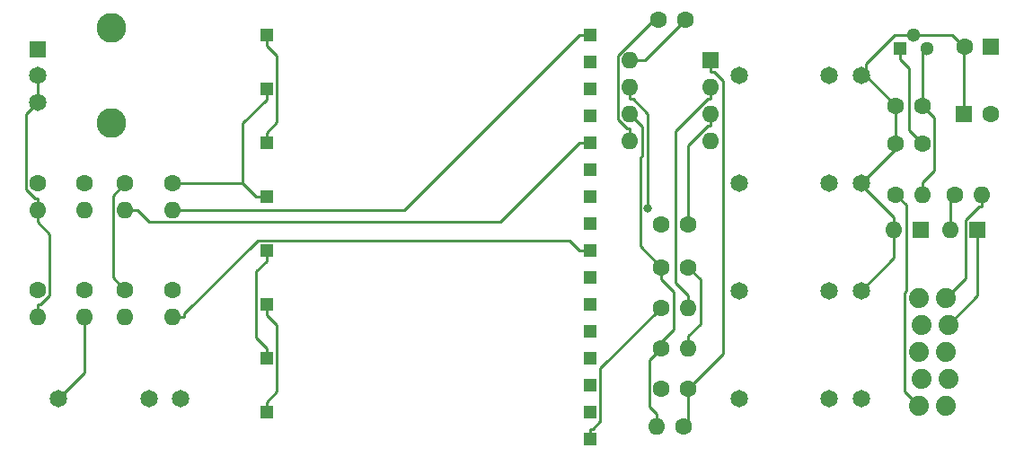
<source format=gbl>
G04 #@! TF.GenerationSoftware,KiCad,Pcbnew,5.1.4-e60b266~84~ubuntu18.04.1*
G04 #@! TF.CreationDate,2019-10-21T00:40:35+01:00*
G04 #@! TF.ProjectId,euroslideymixer,6575726f-736c-4696-9465-796d69786572,rev?*
G04 #@! TF.SameCoordinates,Original*
G04 #@! TF.FileFunction,Copper,L2,Bot*
G04 #@! TF.FilePolarity,Positive*
%FSLAX46Y46*%
G04 Gerber Fmt 4.6, Leading zero omitted, Abs format (unit mm)*
G04 Created by KiCad (PCBNEW 5.1.4-e60b266~84~ubuntu18.04.1) date 2019-10-21 00:40:35*
%MOMM*%
%LPD*%
G04 APERTURE LIST*
%ADD10R,1.300000X1.300000*%
%ADD11C,1.300000*%
%ADD12O,1.600000X1.600000*%
%ADD13R,1.600000X1.600000*%
%ADD14C,1.600000*%
%ADD15C,1.650000*%
%ADD16C,2.794000*%
%ADD17R,1.650000X1.650000*%
%ADD18C,1.879600*%
%ADD19R,1.308000X1.308000*%
%ADD20C,0.800000*%
%ADD21C,0.250000*%
G04 APERTURE END LIST*
D10*
X185814000Y-87853600D03*
D11*
X188354000Y-87853600D03*
X187084000Y-86583600D03*
D12*
X190591000Y-104923000D03*
D13*
X193131000Y-104923000D03*
D12*
X185257000Y-104923000D03*
D13*
X187797000Y-104923000D03*
D14*
X194361000Y-94001000D03*
D13*
X191861000Y-94001000D03*
D14*
X191901000Y-87651000D03*
D13*
X194401000Y-87651000D03*
D12*
X160365000Y-88921000D03*
X167985000Y-96541000D03*
X160365000Y-91461000D03*
X167985000Y-94001000D03*
X160365000Y-94001000D03*
X167985000Y-91461000D03*
X160365000Y-96541000D03*
D13*
X167985000Y-88921000D03*
D14*
X165822000Y-108458000D03*
X163322000Y-108458000D03*
X185420000Y-93218000D03*
X187920000Y-93218000D03*
X165822000Y-104394000D03*
X163322000Y-104394000D03*
X163068000Y-85090000D03*
X165568000Y-85090000D03*
X187920000Y-96774000D03*
X185420000Y-96774000D03*
X163322000Y-119888000D03*
X165822000Y-119888000D03*
X163322000Y-116078000D03*
D12*
X165862000Y-116078000D03*
X112789000Y-103094000D03*
D14*
X112789000Y-100554000D03*
X117234000Y-110587000D03*
D12*
X117234000Y-113127000D03*
X193548000Y-101600000D03*
D14*
X191008000Y-101600000D03*
X185420000Y-101600000D03*
D12*
X187960000Y-101600000D03*
X112789000Y-113127000D03*
D14*
X112789000Y-110587000D03*
X108979000Y-110587000D03*
D12*
X108979000Y-113127000D03*
X162872000Y-123444000D03*
D14*
X165412000Y-123444000D03*
X163322000Y-112268000D03*
D12*
X165862000Y-112268000D03*
X104534000Y-113127000D03*
D14*
X104534000Y-110587000D03*
X108979000Y-100554000D03*
D12*
X108979000Y-103094000D03*
X117234000Y-103094000D03*
D14*
X117234000Y-100554000D03*
X104534000Y-100554000D03*
D12*
X104534000Y-103094000D03*
D15*
X182154000Y-90393600D03*
X179154000Y-90393600D03*
X170654000Y-90393600D03*
X182154000Y-100554000D03*
X179154000Y-100554000D03*
X170654000Y-100554000D03*
X182154000Y-110714000D03*
X179154000Y-110714000D03*
X170654000Y-110714000D03*
X182154000Y-120874000D03*
X179154000Y-120874000D03*
X170654000Y-120874000D03*
X118019000Y-120874000D03*
X115019000Y-120874000D03*
X106519000Y-120874000D03*
D16*
X111519000Y-85893600D03*
X111519000Y-94893600D03*
D15*
X104519000Y-92893600D03*
X104519000Y-90393600D03*
D17*
X104519000Y-87893600D03*
D18*
X187592000Y-121509000D03*
X187846000Y-118969000D03*
X187592000Y-116429000D03*
X187846000Y-113889000D03*
X187592000Y-111349000D03*
X190132000Y-121509000D03*
X190386000Y-118969000D03*
X190132000Y-116429000D03*
X190386000Y-113889000D03*
X190132000Y-111349000D03*
D19*
X126124000Y-91663600D03*
X126124000Y-86583600D03*
X156604000Y-86583600D03*
X156604000Y-89123600D03*
X156604000Y-91663600D03*
X156604000Y-94203600D03*
X126124000Y-101824000D03*
X126124000Y-96744000D03*
X156604000Y-96744000D03*
X156604000Y-99284000D03*
X156604000Y-101824000D03*
X156604000Y-104364000D03*
X126124000Y-111984000D03*
X126124000Y-106904000D03*
X156604000Y-106904000D03*
X156604000Y-109444000D03*
X156604000Y-111984000D03*
X156604000Y-114524000D03*
X126124000Y-122144000D03*
X126124000Y-117064000D03*
X156604000Y-117064000D03*
X156604000Y-119604000D03*
X156604000Y-122144000D03*
X156604000Y-124684000D03*
D20*
X162051700Y-102947300D03*
D21*
X123874700Y-100554000D02*
X125144700Y-101824000D01*
X117234000Y-100554000D02*
X123874700Y-100554000D01*
X123874700Y-100554000D02*
X123874700Y-94892200D01*
X123874700Y-94892200D02*
X126124000Y-92642900D01*
X126124000Y-91663600D02*
X126124000Y-92642900D01*
X160365000Y-96541000D02*
X160365000Y-95415700D01*
X160365000Y-95415700D02*
X160083700Y-95415700D01*
X160083700Y-95415700D02*
X159198800Y-94530800D01*
X159198800Y-94530800D02*
X159198800Y-88493700D01*
X159198800Y-88493700D02*
X162602500Y-85090000D01*
X162602500Y-85090000D02*
X163068000Y-85090000D01*
X182154000Y-100554000D02*
X185420000Y-97288000D01*
X185420000Y-97288000D02*
X185420000Y-96774000D01*
X185257000Y-103797700D02*
X182154000Y-100694700D01*
X182154000Y-100694700D02*
X182154000Y-100554000D01*
X185257000Y-104923000D02*
X185257000Y-103797700D01*
X182154000Y-110714000D02*
X185257000Y-107611000D01*
X185257000Y-107611000D02*
X185257000Y-104923000D01*
X126124000Y-101824000D02*
X125144700Y-101824000D01*
X182595600Y-90393600D02*
X185420000Y-93218000D01*
X182154000Y-90393600D02*
X182595600Y-90393600D01*
X182595600Y-90393600D02*
X182595600Y-89291700D01*
X182595600Y-89291700D02*
X185303700Y-86583600D01*
X185303700Y-86583600D02*
X187084000Y-86583600D01*
X191861000Y-87691000D02*
X191861000Y-94001000D01*
X191901000Y-87651000D02*
X191861000Y-87691000D01*
X191861000Y-87691000D02*
X190753600Y-86583600D01*
X190753600Y-86583600D02*
X187084000Y-86583600D01*
X167985000Y-94001000D02*
X167985000Y-95126300D01*
X165822000Y-104394000D02*
X165822000Y-97008000D01*
X165822000Y-97008000D02*
X167703700Y-95126300D01*
X167703700Y-95126300D02*
X167985000Y-95126300D01*
X185420000Y-93218000D02*
X185420000Y-96774000D01*
X112789000Y-100554000D02*
X111657900Y-101685100D01*
X111657900Y-101685100D02*
X111657900Y-109455900D01*
X111657900Y-109455900D02*
X112789000Y-110587000D01*
X190386000Y-113889000D02*
X193131000Y-111144000D01*
X193131000Y-111144000D02*
X193131000Y-104923000D01*
X126124000Y-122144000D02*
X126124000Y-121164700D01*
X126124000Y-111984000D02*
X126124000Y-112963300D01*
X126124000Y-112963300D02*
X127103300Y-113942600D01*
X127103300Y-113942600D02*
X127103300Y-120185400D01*
X127103300Y-120185400D02*
X126124000Y-121164700D01*
X185814000Y-87853600D02*
X185814000Y-88828900D01*
X187920000Y-96774000D02*
X186670100Y-95524100D01*
X186670100Y-95524100D02*
X186670100Y-89685000D01*
X186670100Y-89685000D02*
X185814000Y-88828900D01*
X126124000Y-86583600D02*
X126124000Y-87562900D01*
X126124000Y-96744000D02*
X126124000Y-95764700D01*
X126124000Y-95764700D02*
X127103300Y-94785400D01*
X127103300Y-94785400D02*
X127103300Y-88542200D01*
X127103300Y-88542200D02*
X126124000Y-87562900D01*
X126124000Y-106904000D02*
X126124000Y-107883300D01*
X126124000Y-117064000D02*
X126124000Y-116084700D01*
X126124000Y-116084700D02*
X125144700Y-115105400D01*
X125144700Y-115105400D02*
X125144700Y-108862600D01*
X125144700Y-108862600D02*
X126124000Y-107883300D01*
X187960000Y-101600000D02*
X187960000Y-100474700D01*
X187960000Y-100474700D02*
X189075900Y-99358800D01*
X189075900Y-99358800D02*
X189075900Y-94373900D01*
X189075900Y-94373900D02*
X187920000Y-93218000D01*
X165568000Y-85090000D02*
X161737000Y-88921000D01*
X161737000Y-88921000D02*
X160365000Y-88921000D01*
X187920000Y-93218000D02*
X187920000Y-88287600D01*
X187920000Y-88287600D02*
X188354000Y-87853600D01*
X191008000Y-101600000D02*
X190591000Y-102017000D01*
X190591000Y-102017000D02*
X190591000Y-104923000D01*
X165862000Y-112268000D02*
X165862000Y-111142700D01*
X167985000Y-91461000D02*
X167985000Y-92586300D01*
X165862000Y-111142700D02*
X164671200Y-109951900D01*
X164671200Y-109951900D02*
X164671200Y-95618800D01*
X164671200Y-95618800D02*
X167703700Y-92586300D01*
X167703700Y-92586300D02*
X167985000Y-92586300D01*
X104534000Y-103094000D02*
X104534000Y-104219300D01*
X104534000Y-113127000D02*
X104534000Y-112001700D01*
X104534000Y-112001700D02*
X104815300Y-112001700D01*
X104815300Y-112001700D02*
X105659300Y-111157700D01*
X105659300Y-111157700D02*
X105659300Y-105344600D01*
X105659300Y-105344600D02*
X104534000Y-104219300D01*
X104534000Y-103094000D02*
X104534000Y-101968700D01*
X104519000Y-92893600D02*
X103408700Y-94003900D01*
X103408700Y-94003900D02*
X103408700Y-101124800D01*
X103408700Y-101124800D02*
X104252600Y-101968700D01*
X104252600Y-101968700D02*
X104534000Y-101968700D01*
X104519000Y-90393600D02*
X104519000Y-92893600D01*
X156604000Y-124684000D02*
X156604000Y-123704700D01*
X156604000Y-123704700D02*
X156848900Y-123704700D01*
X156848900Y-123704700D02*
X157583300Y-122970300D01*
X157583300Y-122970300D02*
X157583300Y-118006700D01*
X157583300Y-118006700D02*
X163322000Y-112268000D01*
X162872000Y-123444000D02*
X162872000Y-122318700D01*
X162872000Y-122318700D02*
X162178500Y-121625200D01*
X162178500Y-121625200D02*
X162178500Y-117221500D01*
X162178500Y-117221500D02*
X163322000Y-116078000D01*
X163322000Y-108458000D02*
X161319100Y-106455100D01*
X161319100Y-106455100D02*
X161319100Y-98138200D01*
X161319100Y-98138200D02*
X161533400Y-97923900D01*
X161533400Y-97923900D02*
X161533400Y-95169400D01*
X161533400Y-95169400D02*
X160365000Y-94001000D01*
X163322000Y-108458000D02*
X163322000Y-109629800D01*
X163322000Y-109629800D02*
X164499200Y-110807000D01*
X164499200Y-110807000D02*
X164499200Y-114329100D01*
X164499200Y-114329100D02*
X163322000Y-115506300D01*
X163322000Y-115506300D02*
X163322000Y-116078000D01*
X160365000Y-91461000D02*
X160365000Y-92586300D01*
X162051700Y-102947300D02*
X162051700Y-93991700D01*
X162051700Y-93991700D02*
X160646300Y-92586300D01*
X160646300Y-92586300D02*
X160365000Y-92586300D01*
X165862000Y-116078000D02*
X165862000Y-114952700D01*
X165822000Y-108458000D02*
X166987300Y-109623300D01*
X166987300Y-109623300D02*
X166987300Y-113827400D01*
X166987300Y-113827400D02*
X165862000Y-114952700D01*
X167985000Y-88921000D02*
X167985000Y-90046300D01*
X165822000Y-119888000D02*
X169110300Y-116599700D01*
X169110300Y-116599700D02*
X169110300Y-90890200D01*
X169110300Y-90890200D02*
X168266400Y-90046300D01*
X168266400Y-90046300D02*
X167985000Y-90046300D01*
X165412000Y-123444000D02*
X165822000Y-123034000D01*
X165822000Y-123034000D02*
X165822000Y-119888000D01*
X187592000Y-121509000D02*
X186255900Y-120172900D01*
X186255900Y-120172900D02*
X186255900Y-110895900D01*
X186255900Y-110895900D02*
X186411800Y-110740000D01*
X186411800Y-110740000D02*
X186411800Y-102591800D01*
X186411800Y-102591800D02*
X185420000Y-101600000D01*
X193548000Y-101600000D02*
X193548000Y-102725300D01*
X190132000Y-111349000D02*
X192005600Y-109475400D01*
X192005600Y-109475400D02*
X192005600Y-103986400D01*
X192005600Y-103986400D02*
X193266700Y-102725300D01*
X193266700Y-102725300D02*
X193548000Y-102725300D01*
X155624700Y-86583600D02*
X139114300Y-103094000D01*
X139114300Y-103094000D02*
X117234000Y-103094000D01*
X156604000Y-86583600D02*
X155624700Y-86583600D01*
X112789000Y-103094000D02*
X113914300Y-103094000D01*
X156604000Y-96744000D02*
X155624700Y-96744000D01*
X155624700Y-96744000D02*
X148149400Y-104219300D01*
X148149400Y-104219300D02*
X115039600Y-104219300D01*
X115039600Y-104219300D02*
X113914300Y-103094000D01*
X117234000Y-113127000D02*
X118359300Y-113127000D01*
X156604000Y-106904000D02*
X155624700Y-106904000D01*
X155624700Y-106904000D02*
X154645300Y-105924600D01*
X154645300Y-105924600D02*
X125280400Y-105924600D01*
X125280400Y-105924600D02*
X118359300Y-112845700D01*
X118359300Y-112845700D02*
X118359300Y-113127000D01*
X106519000Y-120874000D02*
X108979000Y-118414000D01*
X108979000Y-118414000D02*
X108979000Y-113127000D01*
M02*

</source>
